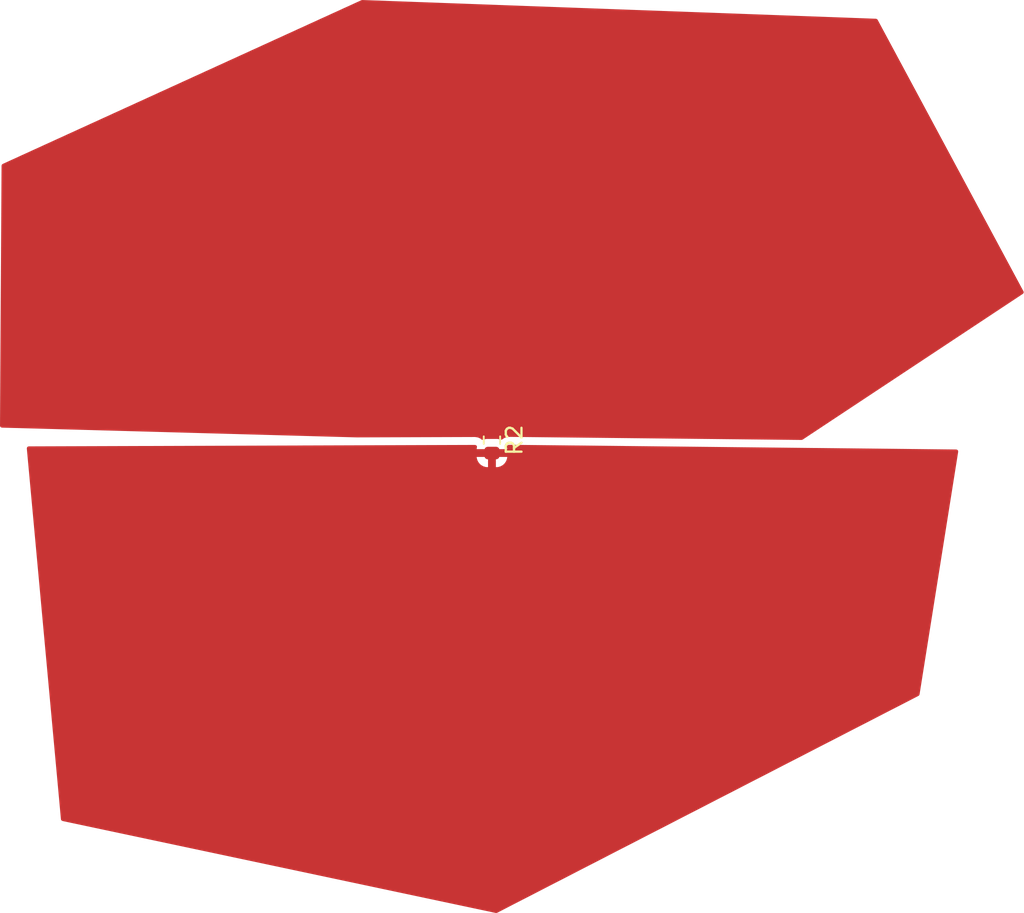
<source format=kicad_pcb>
(kicad_pcb (version 20240108) (generator "pcbnew") (generator_version "8.0")
  (layers (0 "F.Cu" signal) (31 "B.Cu" signal) (34 "B.Paste" user) (35 "F.Paste" user) (36 "B.SilkS" user "B.Silkscreen") (37 "F.SilkS" user "F.Silkscreen") (38 "B.Mask" user) (39 "F.Mask" user) (44 "Edge.Cuts" user))
  (net 0 "")
  (net 1 "GND")
  (net 2 "/A")
  (footprint "Resistor_SMD:R_0603_1608Metric" (layer "F.Cu") (at 131.51 102.2 -90)
    (property "Reference" "R2" (at 0 -1.43 90) (layer "F.SilkS"))
    (property "Value" "R" (hide yes))
    (fp_line (start -0.237258 0.5225) (end 0.237258 0.5225) (stroke (width 0.12)) (layer "F.SilkS"))
    (fp_line (start -0.237258 -0.5225) (end 0.237258 -0.5225) (stroke (width 0.12)) (layer "F.SilkS"))
    (pad "1" smd roundrect (at -0.825 0 270) (size 0.8 0.95) (layers "F.Cu" "F.Paste" "F.Mask") (net 2 "/A"))
    (pad "2" smd roundrect (at 0.825 0 270) (size 0.8 0.95) (layers "F.Cu" "F.Paste" "F.Mask") (net 1 "GND"))
  )
  (zone (net 1) (net_name "GND") (layer "F.Cu") (priority 1) (connect_pads (clearance 0.5)) (min_thickness 0.25) (fill yes (thermal_gap 0.5) (thermal_bridge_width 0.5))
    (polygon (pts (xy 132.7 102.5) (xy 101.8 102.6) (xy 104 126.5) (xy 131.8 132.4) (xy 158.8 118.5) (xy 161.3 102.8)))
  )
  (zone (net 2) (net_name "/A") (layer "F.Cu") (connect_pads yes (clearance 0.5)) (min_thickness 0.25) (fill yes (thermal_gap 0.5) (thermal_bridge_width 0.5))
    (polygon (pts (xy 129.2 102.2) (xy 151.3 102.2) (xy 165.5 92.8) (xy 156.1 75.3) (xy 123.2 74.1) (xy 100.2 84.6) (xy 100.1 101.4)))
  )
)
</source>
